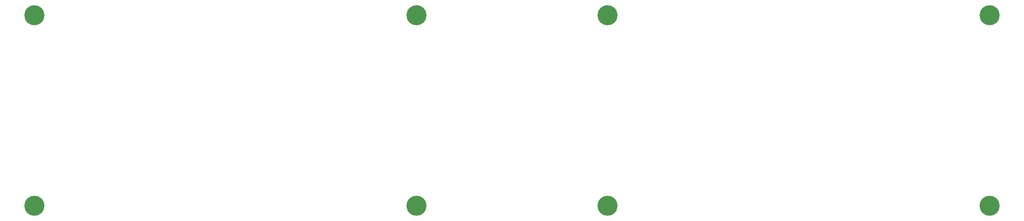
<source format=gbr>
%TF.GenerationSoftware,KiCad,Pcbnew,5.1.9+dfsg1-1*%
%TF.CreationDate,2022-03-28T15:57:18+02:00*%
%TF.ProjectId,la_nc-plate,6c615f6e-632d-4706-9c61-74652e6b6963,rev?*%
%TF.SameCoordinates,Original*%
%TF.FileFunction,Copper,L2,Bot*%
%TF.FilePolarity,Positive*%
%FSLAX46Y46*%
G04 Gerber Fmt 4.6, Leading zero omitted, Abs format (unit mm)*
G04 Created by KiCad (PCBNEW 5.1.9+dfsg1-1) date 2022-03-28 15:57:18*
%MOMM*%
%LPD*%
G01*
G04 APERTURE LIST*
%TA.AperFunction,ComponentPad*%
%ADD10C,0.500000*%
%TD*%
%TA.AperFunction,ComponentPad*%
%ADD11C,4.000000*%
%TD*%
G04 APERTURE END LIST*
D10*
%TO.P,M8,1*%
%TO.N,N/C*%
X250297500Y-89960000D03*
X248177500Y-89960000D03*
X248177500Y-87840000D03*
X250297500Y-87840000D03*
X249237500Y-90400000D03*
X249237500Y-87400000D03*
X247737500Y-88900000D03*
X250737500Y-88900000D03*
D11*
X249237500Y-88900000D03*
%TD*%
D10*
%TO.P,M7,1*%
%TO.N,N/C*%
X250297500Y-51860000D03*
X248177500Y-51860000D03*
X248177500Y-49740000D03*
X250297500Y-49740000D03*
X249237500Y-52300000D03*
X249237500Y-49300000D03*
X247737500Y-50800000D03*
X250737500Y-50800000D03*
D11*
X249237500Y-50800000D03*
%TD*%
D10*
%TO.P,M6,1*%
%TO.N,N/C*%
X174097500Y-89960000D03*
X171977500Y-89960000D03*
X171977500Y-87840000D03*
X174097500Y-87840000D03*
X173037500Y-90400000D03*
X173037500Y-87400000D03*
X171537500Y-88900000D03*
X174537500Y-88900000D03*
D11*
X173037500Y-88900000D03*
%TD*%
D10*
%TO.P,M5,1*%
%TO.N,N/C*%
X174097500Y-51860000D03*
X171977500Y-51860000D03*
X171977500Y-49740000D03*
X174097500Y-49740000D03*
X173037500Y-52300000D03*
X173037500Y-49300000D03*
X171537500Y-50800000D03*
X174537500Y-50800000D03*
D11*
X173037500Y-50800000D03*
%TD*%
D10*
%TO.P,M4,1*%
%TO.N,N/C*%
X135997500Y-89960000D03*
X133877500Y-89960000D03*
X133877500Y-87840000D03*
X135997500Y-87840000D03*
X134937500Y-90400000D03*
X134937500Y-87400000D03*
X133437500Y-88900000D03*
X136437500Y-88900000D03*
D11*
X134937500Y-88900000D03*
%TD*%
D10*
%TO.P,M3,1*%
%TO.N,N/C*%
X135997500Y-51860000D03*
X133877500Y-51860000D03*
X133877500Y-49740000D03*
X135997500Y-49740000D03*
X134937500Y-52300000D03*
X134937500Y-49300000D03*
X133437500Y-50800000D03*
X136437500Y-50800000D03*
D11*
X134937500Y-50800000D03*
%TD*%
D10*
%TO.P,M2,1*%
%TO.N,N/C*%
X59797500Y-89960000D03*
X57677500Y-89960000D03*
X57677500Y-87840000D03*
X59797500Y-87840000D03*
X58737500Y-90400000D03*
X58737500Y-87400000D03*
X57237500Y-88900000D03*
X60237500Y-88900000D03*
D11*
X58737500Y-88900000D03*
%TD*%
D10*
%TO.P,M1,1*%
%TO.N,N/C*%
X59797500Y-51860000D03*
X57677500Y-51860000D03*
X57677500Y-49740000D03*
X59797500Y-49740000D03*
X58737500Y-52300000D03*
X58737500Y-49300000D03*
X57237500Y-50800000D03*
X60237500Y-50800000D03*
D11*
X58737500Y-50800000D03*
%TD*%
M02*

</source>
